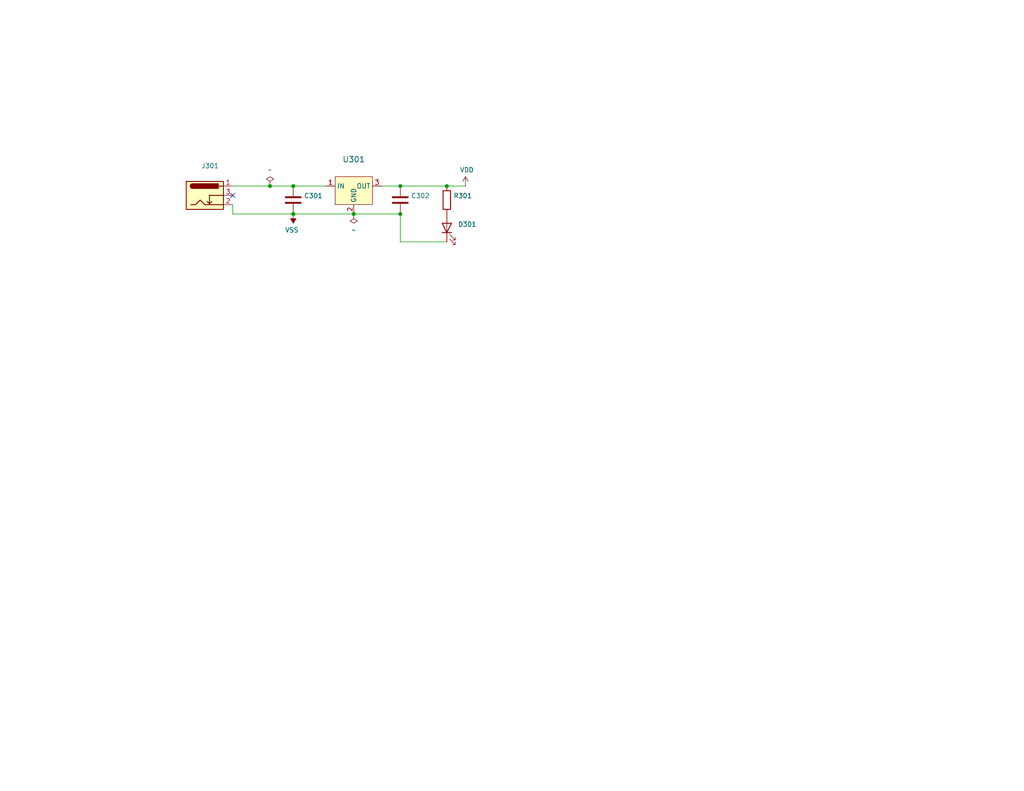
<source format=kicad_sch>
(kicad_sch (version 20211123) (generator eeschema)
  (paper "USLetter")
  (title_block (title "1005 Flash Programmer") (date "2021-12-12") (rev "1") (company "Dan Wilson") (comment 3 "Copyright © 2021 Dan Wilson") (comment 4 "SST39SF0x0A Flash Programmer"))
  (lib_symbols
    (symbol "Connector:Barrel_Jack_Switch" (pin_names hide)
      (property "Reference" "J" (at 0 5.334 0))
      (property "Value" "Barrel_Jack_Switch" (at 0 -5.08 0))
      (symbol "Barrel_Jack_Switch_0_1"
        (rectangle (start -5.08 3.81) (end 5.08 -3.81) (stroke (width 0.254)) (fill (type background)))
        (arc (start -3.302 3.175) (mid -3.937 2.54) (end -3.302 1.905) (stroke (width 0.254)))
        (arc (start -3.302 3.175) (mid -3.937 2.54) (end -3.302 1.905) (stroke (width 0.254)) (fill (type outline)))
        (polyline (pts (xy 1.27 -2.286) (xy 1.905 -1.651)) (stroke (width 0.254)))
        (polyline (pts (xy 5.08 2.54) (xy 3.81 2.54)) (stroke (width 0.254)))
        (polyline (pts (xy 5.08 0) (xy 1.27 0) (xy 1.27 -2.286) (xy 0.635 -1.651)) (stroke (width 0.254)))
        (polyline (pts (xy -3.81 -2.54) (xy -2.54 -2.54) (xy -1.27 -1.27) (xy 0 -2.54) (xy 2.54 -2.54) (xy 5.08 -2.54)) (stroke (width 0.254)))
        (rectangle (start 3.683 3.175) (end -3.302 1.905) (stroke (width 0.254)) (fill (type outline)))
      )
      (symbol "Barrel_Jack_Switch_1_1"
        (pin passive line (at 7.62 2.54 180) (length 2.54) (name "~") (number "1"))
        (pin passive line (at 7.62 -2.54 180) (length 2.54) (name "~") (number "2"))
        (pin passive line (at 7.62 0 180) (length 2.54) (name "~") (number "3"))
      )
    )
    (symbol "Device:C" (pin_numbers hide) (pin_names (offset 0.254))
      (property "Reference" "C" (at 0.635 2.54 0))
      (property "Value" "C" (at 0.635 -2.54 0))
      (symbol "C_0_1"
        (polyline (pts (xy -2.032 -0.762) (xy 2.032 -0.762)) (stroke (width 0.508)))
        (polyline (pts (xy -2.032 0.762) (xy 2.032 0.762)) (stroke (width 0.508)))
      )
      (symbol "C_1_1"
        (pin passive line (at 0 3.81 270) (length 2.794) (name "~") (number "1"))
        (pin passive line (at 0 -3.81 90) (length 2.794) (name "~") (number "2"))
      )
    )
    (symbol "Device:LED" (pin_numbers hide) (pin_names (offset 1.016) hide)
      (property "Reference" "D" (at 0 2.54 0))
      (property "Value" "LED" (at 0 -2.54 0))
      (symbol "LED_0_1"
        (polyline (pts (xy -1.27 -1.27) (xy -1.27 1.27)) (stroke (width 0.254)))
        (polyline (pts (xy -1.27 0) (xy 1.27 0)))
        (polyline (pts (xy 1.27 -1.27) (xy 1.27 1.27) (xy -1.27 0) (xy 1.27 -1.27)) (stroke (width 0.254)))
        (polyline (pts (xy -3.048 -0.762) (xy -4.572 -2.286) (xy -3.81 -2.286) (xy -4.572 -2.286) (xy -4.572 -1.524)))
        (polyline (pts (xy -1.778 -0.762) (xy -3.302 -2.286) (xy -2.54 -2.286) (xy -3.302 -2.286) (xy -3.302 -1.524)))
      )
      (symbol "LED_1_1"
        (pin passive line (at -3.81 0 0) (length 2.54) (name "K") (number "1"))
        (pin passive line (at 3.81 0 180) (length 2.54) (name "A") (number "2"))
      )
    )
    (symbol "Device:R" (pin_numbers hide) (pin_names (offset 0))
      (property "Reference" "R" (at 2.032 0 90))
      (property "Value" "R" (at 0 0 90))
      (symbol "R_0_1"
        (rectangle (start -1.016 -2.54) (end 1.016 2.54) (stroke (width 0.254)))
      )
      (symbol "R_1_1"
        (pin passive line (at 0 3.81 270) (length 1.27) (name "~") (number "1"))
        (pin passive line (at 0 -3.81 90) (length 1.27) (name "~") (number "2"))
      )
    )
    (symbol "dk_PMIC-Voltage-Regulators-Linear:L7805CV"
      (property "Reference" "U" (at 0 3.81 0))
      (property "Value" "L7805CV" (at 0 6.35 0))
      (symbol "L7805CV_1_1"
        (rectangle (start -5.08 2.54) (end 5.08 -5.08) (fill (type background)))
        (pin power_in line (at -7.62 0 0) (length 2.54) (name "IN") (number "1"))
        (pin power_in line (at 0 -7.62 90) (length 2.54) (name "GND") (number "2"))
        (pin power_out line (at 7.62 0 180) (length 2.54) (name "OUT") (number "3"))
      )
    )
    (symbol "power:PWR_FLAG" (power) (pin_numbers hide) (pin_names (offset 0) hide)
      (property "Value" "PWR_FLAG" (at 0 3.81 0))
      (symbol "PWR_FLAG_0_0"
        (pin power_out line (at 0 0 90) (length 0) (name "pwr") (number "1"))
      )
      (symbol "PWR_FLAG_0_1"
        (polyline (pts (xy 0 0) (xy 0 1.27) (xy -1.016 1.905) (xy 0 2.54) (xy 1.016 1.905) (xy 0 1.27)))
      )
    )
    (symbol "power:VDD" (power) (pin_names (offset 0))
      (property "Value" "VDD" (at 0 3.81 0))
      (symbol "VDD_0_1"
        (polyline (pts (xy -0.762 1.27) (xy 0 2.54)))
        (polyline (pts (xy 0 0) (xy 0 2.54)))
        (polyline (pts (xy 0 2.54) (xy 0.762 1.27)))
      )
      (symbol "VDD_1_1"
        (pin power_in line (at 0 0 90) (length 0) hide (name "VDD") (number "1"))
      )
    )
    (symbol "power:VSS" (power) (pin_names (offset 0))
      (property "Value" "VSS" (at 0 3.81 0))
      (symbol "VSS_0_1"
        (polyline (pts (xy 0 0) (xy 0 2.54)))
        (polyline (pts (xy 0.762 1.27) (xy -0.762 1.27) (xy 0 2.54) (xy 0.762 1.27)) (fill (type outline)))
      )
      (symbol "VSS_1_1"
        (pin power_in line (at 0 0 90) (length 0) hide (name "VSS") (number "1"))
      )
    )
  )
  (junction (at 80.01 58.42))
  (junction (at 73.66 50.8))
  (junction (at 109.22 58.42))
  (junction (at 80.01 50.8))
  (junction (at 109.22 50.8))
  (junction (at 96.52 58.42))
  (junction (at 121.92 50.8))
  (no_connect (at 63.5 53.34))
  (wire (pts (xy 80.01 58.42) (xy 96.52 58.42)))
  (wire (pts (xy 73.66 50.8) (xy 80.01 50.8)))
  (wire (pts (xy 63.5 58.42) (xy 80.01 58.42)))
  (wire (pts (xy 63.5 55.88) (xy 63.5 58.42)))
  (wire (pts (xy 109.22 66.04) (xy 121.92 66.04)))
  (wire (pts (xy 104.14 50.8) (xy 109.22 50.8)))
  (wire (pts (xy 96.52 58.42) (xy 109.22 58.42)))
  (wire (pts (xy 109.22 50.8) (xy 121.92 50.8)))
  (wire (pts (xy 63.5 50.8) (xy 73.66 50.8)))
  (wire (pts (xy 80.01 50.8) (xy 88.9 50.8)))
  (wire (pts (xy 121.92 50.8) (xy 127 50.8)))
  (wire (pts (xy 109.22 58.42) (xy 109.22 66.04)))
  (symbol (lib_id "Connector:Barrel_Jack_Switch") (at 55.88 53.34 0) (unit 1)
    (property "Reference" "J301" (at 57.3278 45.2882 0))
    (property "Datasheet" "https://www.cuidevices.com/product/resource/pj-102b.pdf" (effects hide))
    (property "DK_Datasheet_Link" "https://www.cuidevices.com/product/resource/pj-102b.pdf" (effects hide))
    (property "Description" "CONN PWR JACK 2.5X5.5MM SOLDER" (effects hide))
    (property "Digi-Key_PN" "CP-102B-ND" (effects hide))
    (property "Family" "Barrel - Power Connectors" (effects hide))
    (property "MPN" "PJ-102B" (effects hide))
    (property "Manufacturer" "CUI Devices" (effects hide))
  )
  (symbol (lib_id "dk_PMIC-Voltage-Regulators-Linear:L7805CV") (at 96.52 50.8 0) (unit 1)
    (property "Reference" "U301" (at 96.52 43.5102 0) (effects (font (size 1.524 1.524))))
    (property "Datasheet" "http://www.st.com/content/ccc/resource/technical/document/datasheet/41/4f/b3/b0/12/d4/47/88/CD00000444.pdf/files/CD00000444.pdf/jcr:content/translations/en.CD00000444.pdf" (effects hide))
    (property "Digi-Key_PN" "497-1443-5-ND" (effects hide))
    (property "MPN" "L7805CV" (effects hide))
    (property "Category" "Integrated Circuits (ICs)" (effects hide))
    (property "Family" "PMIC - Voltage Regulators - Linear" (effects hide))
    (property "DK_Datasheet_Link" "http://www.st.com/content/ccc/resource/technical/document/datasheet/41/4f/b3/b0/12/d4/47/88/CD00000444.pdf/files/CD00000444.pdf/jcr:content/translations/en.CD00000444.pdf" (effects hide))
    (property "DK_Detail_Page" "/product-detail/en/stmicroelectronics/L7805CV/497-1443-5-ND/585964" (effects hide))
    (property "Description" "IC REG LINEAR 5V 1.5A TO220AB" (effects hide))
    (property "Manufacturer" "STMicroelectronics" (effects hide))
    (property "Status" "Active" (effects hide))
  )
  (symbol (lib_id "Device:C") (at 80.01 54.61 0) (unit 1)
    (property "Reference" "C301" (at 82.931 53.4416 0) (effects (justify left)))
    (property "Description" "CAP CER 0.33UF 50V X7R RADIAL" (effects hide))
    (property "Digi-Key_PN" "445-180638-1-ND" (effects hide))
    (property "Family" "Ceramic Capacitors" (effects hide))
    (property "MPN" "FA24X7R1H334KNU06" (effects hide))
    (property "Manufacturer" "TDK Corporation" (effects hide))
  )
  (symbol (lib_id "Device:C") (at 109.22 54.61 0) (unit 1)
    (property "Reference" "C302" (at 112.141 53.4416 0) (effects (justify left)))
    (property "Description" "CAP CER 0.1UF 50V X7R RADIAL" (effects hide))
    (property "Digi-Key_PN" "445-173588-1-ND" (effects hide))
    (property "Family" "Ceramic Capacitors" (effects hide))
    (property "MPN" "FG28X7R1H104KNT06" (effects hide))
    (property "Manufacturer" "TDK Corporation" (effects hide))
  )
  (symbol (lib_id "power:VSS") (at 80.01 58.42 180) (unit 1)
    (property "Reference" "#PWR0302" (effects hide))
  )
  (symbol (lib_id "power:VDD") (at 127 50.8 0) (unit 1)
    (property "Reference" "#PWR0301" (effects hide))
  )
  (symbol (lib_id "power:PWR_FLAG") (at 73.66 50.8 0) (unit 1)
    (property "Reference" "#FLG0101" (effects hide))
  )
  (symbol (lib_id "power:PWR_FLAG") (at 96.52 58.42 180) (unit 1)
    (property "Reference" "#FLG0102" (effects hide))
  )
  (symbol (lib_id "Device:R") (at 121.92 54.61 0) (unit 1)
    (property "Reference" "R301" (at 123.698 53.4416 0) (effects (justify left)))
    (property "Datasheet" "https://www.yageo.com/upload/media/product/productsearch/datasheet/lr/YAGEO%20MFR_datasheet_2021v1.pdf" (effects hide))
    (property "DK_Datasheet_Link" "https://www.yageo.com/upload/media/product/productsearch/datasheet/lr/YAGEO%20MFR_datasheet_2021v1.pdf" (effects hide))
    (property "Description" "RES 300 OHM 1% 1/4W AXIAL" (effects hide))
    (property "Digi-Key_PN" "MFR-25FBF52-300R-ND" (effects hide))
    (property "Family" "Through Hole Resistors" (effects hide))
    (property "MPN" "MFR-25FBF52-300R" (effects hide))
    (property "Manufacturer" "YAGEO" (effects hide))
  )
  (symbol (lib_id "Device:LED") (at 121.92 62.23 90) (unit 1)
    (property "Reference" "D301" (at 124.9172 61.2394 90) (effects (justify right)))
    (property "Datasheet" "https://www.lumex.com/spec/SSL-LX5093USBD.pdf" (effects hide))
    (property "DK_Datasheet_Link" "https://www.lumex.com/spec/SSL-LX5093USBD.pdf" (effects hide))
    (property "Description" "LED BLUE DIFFUSED T-1 3/4 T/H" (effects hide))
    (property "Digi-Key_PN" "67-1751-ND" (effects hide))
    (property "Family" "LED Indication - Discrete" (effects hide))
    (property "MPN" "SSL-LX5093USBD" (effects hide))
    (property "Manufacturer" "Lumex Opto/Components Inc." (effects hide))
  )
)
</source>
